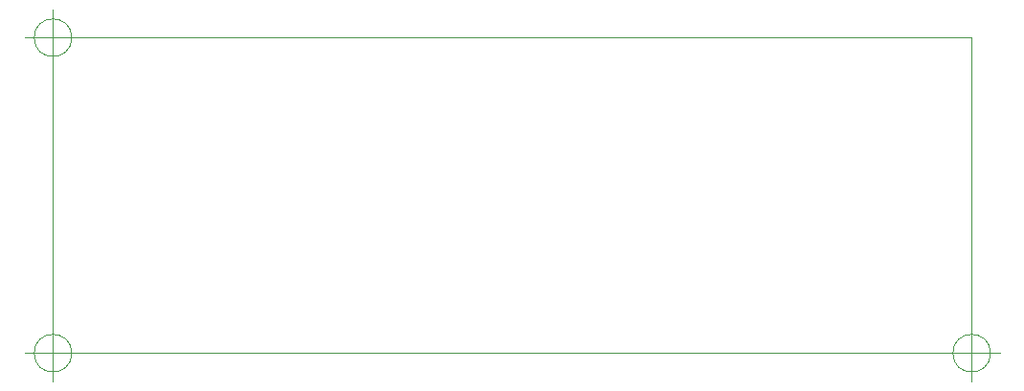
<source format=gbr>
G04 #@! TF.GenerationSoftware,KiCad,Pcbnew,5.1.9-73d0e3b20d~88~ubuntu20.04.1*
G04 #@! TF.CreationDate,2021-03-31T17:06:00+02:00*
G04 #@! TF.ProjectId,fuente1,6675656e-7465-4312-9e6b-696361645f70,rev?*
G04 #@! TF.SameCoordinates,Original*
G04 #@! TF.FileFunction,Profile,NP*
%FSLAX46Y46*%
G04 Gerber Fmt 4.6, Leading zero omitted, Abs format (unit mm)*
G04 Created by KiCad (PCBNEW 5.1.9-73d0e3b20d~88~ubuntu20.04.1) date 2021-03-31 17:06:00*
%MOMM*%
%LPD*%
G01*
G04 APERTURE LIST*
G04 #@! TA.AperFunction,Profile*
%ADD10C,0.050000*%
G04 #@! TD*
G04 APERTURE END LIST*
D10*
X114300000Y-81280000D02*
X114300000Y-82550000D01*
X33020000Y-81280000D02*
X114300000Y-81280000D01*
X114300000Y-109220000D02*
X114300000Y-82550000D01*
X33020000Y-109220000D02*
X114300000Y-109220000D01*
X33020000Y-81280000D02*
X33020000Y-109220000D01*
X34686666Y-109220000D02*
G75*
G03*
X34686666Y-109220000I-1666666J0D01*
G01*
X30520000Y-109220000D02*
X35520000Y-109220000D01*
X33020000Y-106720000D02*
X33020000Y-111720000D01*
X115966666Y-109220000D02*
G75*
G03*
X115966666Y-109220000I-1666666J0D01*
G01*
X111800000Y-109220000D02*
X116800000Y-109220000D01*
X114300000Y-106720000D02*
X114300000Y-111720000D01*
X34686666Y-81280000D02*
G75*
G03*
X34686666Y-81280000I-1666666J0D01*
G01*
X30520000Y-81280000D02*
X35520000Y-81280000D01*
X33020000Y-78780000D02*
X33020000Y-83780000D01*
M02*

</source>
